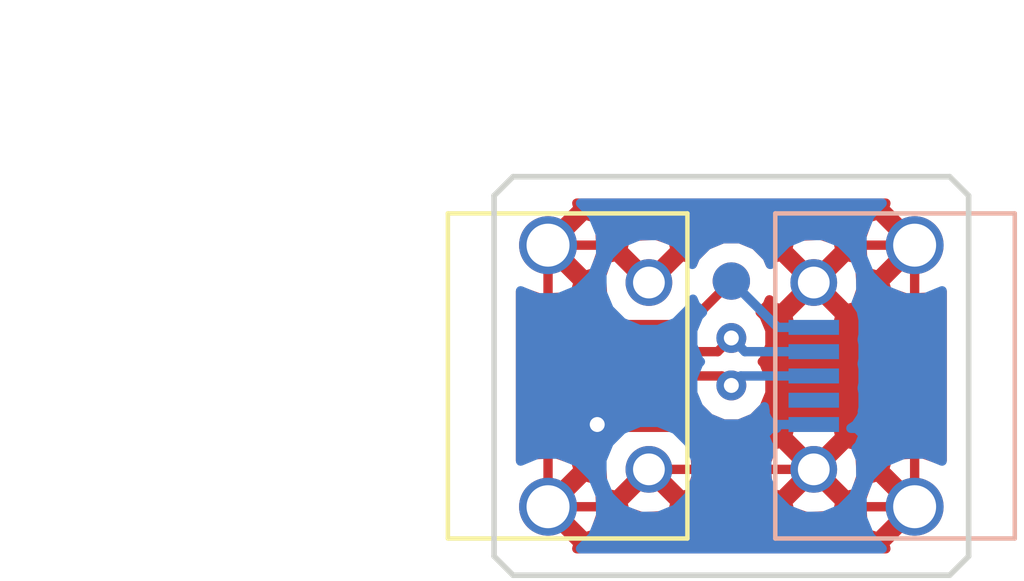
<source format=kicad_pcb>
(kicad_pcb (version 20171130) (host pcbnew 5.0.1)

  (general
    (thickness 1.6)
    (drawings 17)
    (tracks 41)
    (zones 0)
    (modules 4)
    (nets 9)
  )

  (page A4)
  (layers
    (0 F.Cu signal)
    (31 B.Cu signal)
    (32 B.Adhes user)
    (33 F.Adhes user)
    (34 B.Paste user)
    (35 F.Paste user)
    (36 B.SilkS user)
    (37 F.SilkS user)
    (38 B.Mask user)
    (39 F.Mask user)
    (40 Dwgs.User user)
    (41 Cmts.User user)
    (42 Eco1.User user)
    (43 Eco2.User user)
    (44 Edge.Cuts user)
    (45 Margin user)
    (46 B.CrtYd user)
    (47 F.CrtYd user)
    (48 B.Fab user hide)
    (49 F.Fab user)
  )

  (setup
    (last_trace_width 0.25)
    (trace_clearance 0.2)
    (zone_clearance 0.508)
    (zone_45_only no)
    (trace_min 0.2)
    (segment_width 0.2)
    (edge_width 0.15)
    (via_size 0.8)
    (via_drill 0.4)
    (via_min_size 0.4)
    (via_min_drill 0.3)
    (uvia_size 0.3)
    (uvia_drill 0.1)
    (uvias_allowed no)
    (uvia_min_size 0.2)
    (uvia_min_drill 0.1)
    (pcb_text_width 0.3)
    (pcb_text_size 1.5 1.5)
    (mod_edge_width 0.15)
    (mod_text_size 1 1)
    (mod_text_width 0.15)
    (pad_size 1.524 1.524)
    (pad_drill 0.762)
    (pad_to_mask_clearance 0.051)
    (solder_mask_min_width 0.25)
    (aux_axis_origin 0 0)
    (visible_elements FEFFB63F)
    (pcbplotparams
      (layerselection 0x010fc_ffffffff)
      (usegerberextensions false)
      (usegerberattributes false)
      (usegerberadvancedattributes false)
      (creategerberjobfile false)
      (excludeedgelayer true)
      (linewidth 0.100000)
      (plotframeref false)
      (viasonmask false)
      (mode 1)
      (useauxorigin false)
      (hpglpennumber 1)
      (hpglpenspeed 20)
      (hpglpendiameter 15.000000)
      (psnegative false)
      (psa4output false)
      (plotreference true)
      (plotvalue true)
      (plotinvisibletext false)
      (padsonsilk false)
      (subtractmaskfromsilk false)
      (outputformat 1)
      (mirror false)
      (drillshape 1)
      (scaleselection 1)
      (outputdirectory ""))
  )

  (net 0 "")
  (net 1 /SHLD)
  (net 2 GND)
  (net 3 "Net-(J1-Pad4)")
  (net 4 /DP)
  (net 5 /DN)
  (net 6 "Net-(J2-Pad4)")
  (net 7 /5VA)
  (net 8 /5VB)

  (net_class Default "This is the default net class."
    (clearance 0.2)
    (trace_width 0.25)
    (via_dia 0.8)
    (via_drill 0.4)
    (uvia_dia 0.3)
    (uvia_drill 0.1)
    (add_net /5VA)
    (add_net /5VB)
    (add_net /DN)
    (add_net /DP)
    (add_net /SHLD)
    (add_net GND)
    (add_net "Net-(J1-Pad4)")
    (add_net "Net-(J2-Pad4)")
  )

  (module Wire_Pads:SolderWirePad_single_1mmDrill (layer F.Cu) (tedit 5BE49408) (tstamp 5BE4B255)
    (at 150.114 101.346)
    (path /5BE493C0)
    (fp_text reference TP2 (at 0 -3.81) (layer F.SilkS) hide
      (effects (font (size 1 1) (thickness 0.15)))
    )
    (fp_text value 5VTB (at -1.905 3.175) (layer F.Fab) hide
      (effects (font (size 1 1) (thickness 0.15)))
    )
    (pad 1 smd circle (at 0 0) (size 1 1) (layers F.Cu F.Paste F.Mask)
      (net 8 /5VB))
  )

  (module Wire_Pads:SolderWirePad_single_1mmDrill (layer B.Cu) (tedit 5BE493A9) (tstamp 5BE4B480)
    (at 150.114 101.346)
    (path /5BE49362)
    (fp_text reference TP1 (at 0 3.81) (layer B.SilkS) hide
      (effects (font (size 1 1) (thickness 0.15)) (justify mirror))
    )
    (fp_text value 5VTA (at -1.905 -3.175) (layer B.Fab) hide
      (effects (font (size 1 1) (thickness 0.15)) (justify mirror))
    )
    (pad 1 smd circle (at 0 0) (size 1 1) (layers B.Cu B.Paste B.Mask)
      (net 7 /5VA))
  )

  (module handy:USB_Micro-B (layer F.Cu) (tedit 58F7730C) (tstamp 5BE48BA8)
    (at 146.558 103.886 270)
    (descr "Micro USB Type B Receptacle")
    (tags "USB USB_B USB_micro USB_OTG")
    (path /5BE388DB)
    (attr smd)
    (fp_text reference J2 (at 0 -3.24 270) (layer F.SilkS) hide
      (effects (font (size 1 1) (thickness 0.15)))
    )
    (fp_text value USB_B_Micro (at 0 5.01 270) (layer F.Fab)
      (effects (font (size 1 1) (thickness 0.15)))
    )
    (fp_line (start -4.6 -2.59) (end 4.6 -2.59) (layer F.CrtYd) (width 0.05))
    (fp_line (start 4.6 -2.59) (end 4.6 4.26) (layer F.CrtYd) (width 0.05))
    (fp_line (start 4.6 4.26) (end -4.6 4.26) (layer F.CrtYd) (width 0.05))
    (fp_line (start -4.6 4.26) (end -4.6 -2.59) (layer F.CrtYd) (width 0.05))
    (fp_line (start -4.35 4.03) (end 4.35 4.03) (layer F.SilkS) (width 0.12))
    (fp_line (start -4.35 -2.38) (end 4.35 -2.38) (layer F.SilkS) (width 0.12))
    (fp_line (start 4.35 -2.38) (end 4.35 4.03) (layer F.SilkS) (width 0.12))
    (fp_line (start 4.35 2.8) (end -4.35 2.8) (layer F.SilkS) (width 0.12))
    (fp_line (start -4.35 4.03) (end -4.35 -2.38) (layer F.SilkS) (width 0.12))
    (pad 1 smd rect (at -1.3 -1.35) (size 1.35 0.4) (layers F.Cu F.Paste F.Mask)
      (net 8 /5VB))
    (pad 2 smd rect (at -0.65 -1.35) (size 1.35 0.4) (layers F.Cu F.Paste F.Mask)
      (net 5 /DN))
    (pad 3 smd rect (at 0 -1.35) (size 1.35 0.4) (layers F.Cu F.Paste F.Mask)
      (net 4 /DP))
    (pad 4 smd rect (at 0.65 -1.35) (size 1.35 0.4) (layers F.Cu F.Paste F.Mask)
      (net 6 "Net-(J2-Pad4)"))
    (pad 5 smd rect (at 1.3 -1.35) (size 1.35 0.4) (layers F.Cu F.Paste F.Mask)
      (net 2 GND))
    (pad 6 thru_hole circle (at -2.5 -1.35) (size 1.25 1.25) (drill 0.85) (layers *.Cu *.Mask)
      (net 1 /SHLD))
    (pad 6 thru_hole circle (at 2.5 -1.35) (size 1.25 1.25) (drill 0.85) (layers *.Cu *.Mask)
      (net 1 /SHLD))
    (pad 6 thru_hole circle (at -3.5 1.35) (size 1.55 1.55) (drill 1.15) (layers *.Cu *.Mask)
      (net 1 /SHLD))
    (pad 6 thru_hole circle (at 3.5 1.35) (size 1.55 1.55) (drill 1.15) (layers *.Cu *.Mask)
      (net 1 /SHLD))
  )

  (module handy:USB_Micro-B (layer B.Cu) (tedit 58F7730C) (tstamp 5BE48B92)
    (at 153.67 103.886 270)
    (descr "Micro USB Type B Receptacle")
    (tags "USB USB_B USB_micro USB_OTG")
    (path /5BE38891)
    (attr smd)
    (fp_text reference J1 (at 0 3.24 270) (layer B.SilkS) hide
      (effects (font (size 1 1) (thickness 0.15)) (justify mirror))
    )
    (fp_text value USB_B_Micro (at 0 -5.01 270) (layer B.Fab)
      (effects (font (size 1 1) (thickness 0.15)) (justify mirror))
    )
    (fp_line (start -4.35 -4.03) (end -4.35 2.38) (layer B.SilkS) (width 0.12))
    (fp_line (start 4.35 -2.8) (end -4.35 -2.8) (layer B.SilkS) (width 0.12))
    (fp_line (start 4.35 2.38) (end 4.35 -4.03) (layer B.SilkS) (width 0.12))
    (fp_line (start -4.35 2.38) (end 4.35 2.38) (layer B.SilkS) (width 0.12))
    (fp_line (start -4.35 -4.03) (end 4.35 -4.03) (layer B.SilkS) (width 0.12))
    (fp_line (start -4.6 -4.26) (end -4.6 2.59) (layer B.CrtYd) (width 0.05))
    (fp_line (start 4.6 -4.26) (end -4.6 -4.26) (layer B.CrtYd) (width 0.05))
    (fp_line (start 4.6 2.59) (end 4.6 -4.26) (layer B.CrtYd) (width 0.05))
    (fp_line (start -4.6 2.59) (end 4.6 2.59) (layer B.CrtYd) (width 0.05))
    (pad 6 thru_hole circle (at 3.5 -1.35 180) (size 1.55 1.55) (drill 1.15) (layers *.Cu *.Mask)
      (net 1 /SHLD))
    (pad 6 thru_hole circle (at -3.5 -1.35 180) (size 1.55 1.55) (drill 1.15) (layers *.Cu *.Mask)
      (net 1 /SHLD))
    (pad 6 thru_hole circle (at 2.5 1.35 180) (size 1.25 1.25) (drill 0.85) (layers *.Cu *.Mask)
      (net 1 /SHLD))
    (pad 6 thru_hole circle (at -2.5 1.35 180) (size 1.25 1.25) (drill 0.85) (layers *.Cu *.Mask)
      (net 1 /SHLD))
    (pad 5 smd rect (at 1.3 1.35 180) (size 1.35 0.4) (layers B.Cu B.Paste B.Mask)
      (net 2 GND))
    (pad 4 smd rect (at 0.65 1.35 180) (size 1.35 0.4) (layers B.Cu B.Paste B.Mask)
      (net 3 "Net-(J1-Pad4)"))
    (pad 3 smd rect (at 0 1.35 180) (size 1.35 0.4) (layers B.Cu B.Paste B.Mask)
      (net 4 /DP))
    (pad 2 smd rect (at -0.65 1.35 180) (size 1.35 0.4) (layers B.Cu B.Paste B.Mask)
      (net 5 /DN))
    (pad 1 smd rect (at -1.3 1.35 180) (size 1.35 0.4) (layers B.Cu B.Paste B.Mask)
      (net 7 /5VA))
  )

  (gr_text 5 (at 150.114 99.7585 270) (layer F.Mask) (tstamp 5BE4B879)
    (effects (font (size 0.8 0.8) (thickness 0.2)))
  )
  (gr_text 5 (at 150.114 99.7585 270) (layer B.Mask)
    (effects (font (size 0.8 0.8) (thickness 0.2)) (justify mirror))
  )
  (gr_text GCNP (at 154.94 103.886 270) (layer B.Mask)
    (effects (font (size 1 1) (thickness 0.2)) (justify mirror))
  )
  (gr_poly (pts (xy 144.526 103.886) (xy 144.526 104.902) (xy 146.05 104.902) (xy 146.05 102.87) (xy 144.526 102.87)) (layer B.Mask) (width 0.15))
  (gr_text GN (at 147.828 103.886 270) (layer B.Mask)
    (effects (font (size 1 1) (thickness 0.2)) (justify mirror))
  )
  (gr_poly (pts (xy 153.924 104.902) (xy 155.702 104.902) (xy 155.702 102.87) (xy 153.924 102.87)) (layer F.Mask) (width 0.15))
  (gr_text SH (at 152.654 103.886 270) (layer F.Mask)
    (effects (font (size 1 1) (thickness 0.2)))
  )
  (dimension 10.668 (width 0.3) (layer Cmts.User)
    (gr_text "10.668 mm" (at 136.076 103.886 270) (layer Cmts.User)
      (effects (font (size 1.5 1.5) (thickness 0.3)))
    )
    (feature1 (pts (xy 140.716 109.22) (xy 137.589579 109.22)))
    (feature2 (pts (xy 140.716 98.552) (xy 137.589579 98.552)))
    (crossbar (pts (xy 138.176 98.552) (xy 138.176 109.22)))
    (arrow1a (pts (xy 138.176 109.22) (xy 137.589579 108.093496)))
    (arrow1b (pts (xy 138.176 109.22) (xy 138.762421 108.093496)))
    (arrow2a (pts (xy 138.176 98.552) (xy 137.589579 99.678504)))
    (arrow2b (pts (xy 138.176 98.552) (xy 138.762421 99.678504)))
  )
  (dimension 12.7 (width 0.3) (layer Cmts.User)
    (gr_text "12.700 mm" (at 150.114 94.928) (layer Cmts.User)
      (effects (font (size 1.5 1.5) (thickness 0.3)))
    )
    (feature1 (pts (xy 156.464 98.044) (xy 156.464 96.441579)))
    (feature2 (pts (xy 143.764 98.044) (xy 143.764 96.441579)))
    (crossbar (pts (xy 143.764 97.028) (xy 156.464 97.028)))
    (arrow1a (pts (xy 156.464 97.028) (xy 155.337496 97.614421)))
    (arrow1b (pts (xy 156.464 97.028) (xy 155.337496 96.441579)))
    (arrow2a (pts (xy 143.764 97.028) (xy 144.890504 97.614421)))
    (arrow2b (pts (xy 143.764 97.028) (xy 144.890504 96.441579)))
  )
  (gr_line (start 144.272 98.552) (end 143.764 99.06) (angle 90) (layer Edge.Cuts) (width 0.15))
  (gr_line (start 155.956 98.552) (end 144.272 98.552) (angle 90) (layer Edge.Cuts) (width 0.15))
  (gr_line (start 156.464 99.06) (end 155.956 98.552) (angle 90) (layer Edge.Cuts) (width 0.15))
  (gr_line (start 156.464 108.712) (end 156.464 99.06) (angle 90) (layer Edge.Cuts) (width 0.15))
  (gr_line (start 155.956 109.22) (end 156.464 108.712) (angle 90) (layer Edge.Cuts) (width 0.15))
  (gr_line (start 144.272 109.22) (end 155.956 109.22) (angle 90) (layer Edge.Cuts) (width 0.15))
  (gr_line (start 143.764 108.712) (end 144.272 109.22) (angle 90) (layer Edge.Cuts) (width 0.15))
  (gr_line (start 143.764 108.712) (end 143.764 99.06) (angle 90) (layer Edge.Cuts) (width 0.15))

  (segment (start 146.908 107.386) (end 147.908 106.386) (width 0.25) (layer F.Cu) (net 1))
  (segment (start 145.208 107.386) (end 146.908 107.386) (width 0.25) (layer F.Cu) (net 1))
  (segment (start 146.908 100.386) (end 147.908 101.386) (width 0.25) (layer F.Cu) (net 1))
  (segment (start 145.208 100.386) (end 146.908 100.386) (width 0.25) (layer F.Cu) (net 1))
  (segment (start 153.32 107.386) (end 152.32 106.386) (width 0.25) (layer F.Cu) (net 1))
  (segment (start 155.02 107.386) (end 153.32 107.386) (width 0.25) (layer F.Cu) (net 1))
  (segment (start 153.32 100.386) (end 152.32 101.386) (width 0.25) (layer F.Cu) (net 1))
  (segment (start 155.02 100.386) (end 153.32 100.386) (width 0.25) (layer F.Cu) (net 1))
  (segment (start 152.32 106.386) (end 147.908 106.386) (width 0.25) (layer F.Cu) (net 1))
  (segment (start 145.208 100.386) (end 145.208 107.386) (width 0.25) (layer F.Cu) (net 1))
  (segment (start 155.02 100.386) (end 155.02 107.386) (width 0.25) (layer F.Cu) (net 1))
  (segment (start 147.908 101.386) (end 147.915 101.386) (width 0.25) (layer F.Cu) (net 1))
  (segment (start 147.915 101.386) (end 149.225 100.076) (width 0.25) (layer F.Cu) (net 1))
  (segment (start 151.01 100.076) (end 152.32 101.386) (width 0.25) (layer F.Cu) (net 1))
  (segment (start 149.225 100.076) (end 151.01 100.076) (width 0.25) (layer F.Cu) (net 1))
  (segment (start 147.908 105.186) (end 146.5245 105.186) (width 0.25) (layer F.Cu) (net 2))
  (segment (start 154.0129 102.3874) (end 154.051 102.4255) (width 0.25) (layer B.Cu) (net 2))
  (segment (start 146.177 102.6795) (end 146.4691 102.3874) (width 0.25) (layer B.Cu) (net 2))
  (segment (start 154.051 104.902) (end 154.051 102.4255) (width 0.25) (layer B.Cu) (net 2))
  (segment (start 153.767 105.186) (end 154.051 104.902) (width 0.25) (layer B.Cu) (net 2))
  (via (at 146.5245 105.186) (size 0.8) (drill 0.4) (layers F.Cu B.Cu) (net 2))
  (segment (start 152.32 105.186) (end 150.846 105.186) (width 0.25) (layer B.Cu) (net 2))
  (segment (start 150.846 105.186) (end 150.368 105.664) (width 0.25) (layer B.Cu) (net 2))
  (segment (start 150.368 105.664) (end 149.606 105.664) (width 0.25) (layer B.Cu) (net 2))
  (segment (start 149.606 105.664) (end 148.59 104.648) (width 0.25) (layer B.Cu) (net 2))
  (segment (start 147.0625 104.648) (end 146.5245 105.186) (width 0.25) (layer B.Cu) (net 2))
  (segment (start 148.59 104.648) (end 147.0625 104.648) (width 0.25) (layer B.Cu) (net 2))
  (via (at 150.114 104.14) (size 0.8) (drill 0.4) (layers F.Cu B.Cu) (net 4))
  (segment (start 147.908 103.886) (end 149.86 103.886) (width 0.25) (layer F.Cu) (net 4))
  (segment (start 149.86 103.886) (end 150.114 104.14) (width 0.25) (layer F.Cu) (net 4))
  (segment (start 150.368 103.886) (end 152.32 103.886) (width 0.25) (layer B.Cu) (net 4))
  (segment (start 150.114 104.14) (end 150.368 103.886) (width 0.25) (layer B.Cu) (net 4))
  (via (at 150.114 102.87) (size 0.8) (drill 0.4) (layers F.Cu B.Cu) (net 5))
  (segment (start 147.908 103.236) (end 149.748 103.236) (width 0.25) (layer F.Cu) (net 5))
  (segment (start 149.748 103.236) (end 150.114 102.87) (width 0.25) (layer F.Cu) (net 5))
  (segment (start 150.48 103.236) (end 152.32 103.236) (width 0.25) (layer B.Cu) (net 5))
  (segment (start 150.114 102.87) (end 150.48 103.236) (width 0.25) (layer B.Cu) (net 5))
  (segment (start 151.354 102.586) (end 150.114 101.346) (width 0.25) (layer B.Cu) (net 7))
  (segment (start 152.32 102.586) (end 151.354 102.586) (width 0.25) (layer B.Cu) (net 7))
  (segment (start 148.874 102.586) (end 150.114 101.346) (width 0.25) (layer F.Cu) (net 8))
  (segment (start 147.908 102.586) (end 148.874 102.586) (width 0.25) (layer F.Cu) (net 8))

  (zone (net 2) (net_name GND) (layer B.Cu) (tstamp 0) (hatch edge 0.508)
    (connect_pads (clearance 0.508))
    (min_thickness 0.254)
    (fill yes (arc_segments 16) (thermal_gap 0.508) (thermal_bridge_width 0.508))
    (polygon
      (pts
        (xy 144.272 109.22) (xy 155.956 109.22) (xy 156.464 108.712) (xy 156.464 99.06) (xy 155.956 98.552)
        (xy 144.272 98.552) (xy 143.764 99.06) (xy 143.764 108.712)
      )
    )
    (filled_polygon
      (pts
        (xy 153.824659 99.587299) (xy 153.61 100.105533) (xy 153.61 100.666467) (xy 153.824659 101.184701) (xy 154.221299 101.581341)
        (xy 154.739533 101.796) (xy 155.300467 101.796) (xy 155.754001 101.608141) (xy 155.754 106.163859) (xy 155.300467 105.976)
        (xy 154.739533 105.976) (xy 154.221299 106.190659) (xy 153.824659 106.587299) (xy 153.61 107.105533) (xy 153.61 107.666467)
        (xy 153.824659 108.184701) (xy 154.149958 108.51) (xy 146.078042 108.51) (xy 146.403341 108.184701) (xy 146.618 107.666467)
        (xy 146.618 107.105533) (xy 146.403341 106.587299) (xy 146.006701 106.190659) (xy 145.873222 106.13537) (xy 146.648 106.13537)
        (xy 146.648 106.63663) (xy 146.839823 107.099733) (xy 147.194267 107.454177) (xy 147.65737 107.646) (xy 148.15863 107.646)
        (xy 148.621733 107.454177) (xy 148.976177 107.099733) (xy 149.168 106.63663) (xy 149.168 106.13537) (xy 148.976177 105.672267)
        (xy 148.621733 105.317823) (xy 148.15863 105.126) (xy 147.65737 105.126) (xy 147.194267 105.317823) (xy 146.839823 105.672267)
        (xy 146.648 106.13537) (xy 145.873222 106.13537) (xy 145.488467 105.976) (xy 144.927533 105.976) (xy 144.474 106.163859)
        (xy 144.474 101.608141) (xy 144.927533 101.796) (xy 145.488467 101.796) (xy 146.006701 101.581341) (xy 146.403341 101.184701)
        (xy 146.423774 101.13537) (xy 146.648 101.13537) (xy 146.648 101.63663) (xy 146.839823 102.099733) (xy 147.194267 102.454177)
        (xy 147.65737 102.646) (xy 148.15863 102.646) (xy 148.621733 102.454177) (xy 148.976177 102.099733) (xy 149.086934 101.832342)
        (xy 149.151793 101.988926) (xy 149.341578 102.178711) (xy 149.236569 102.28372) (xy 149.079 102.664126) (xy 149.079 103.075874)
        (xy 149.236569 103.45628) (xy 149.285289 103.505) (xy 149.236569 103.55372) (xy 149.079 103.934126) (xy 149.079 104.345874)
        (xy 149.236569 104.72628) (xy 149.52772 105.017431) (xy 149.908126 105.175) (xy 150.319874 105.175) (xy 150.70028 105.017431)
        (xy 150.991431 104.72628) (xy 150.99756 104.711483) (xy 150.99756 104.736) (xy 151.018217 104.839852) (xy 151.01 104.85969)
        (xy 151.01 104.92725) (xy 151.041958 104.959208) (xy 151.046843 104.983765) (xy 151.187191 105.193809) (xy 151.325164 105.286)
        (xy 151.16875 105.286) (xy 151.01 105.44475) (xy 151.01 105.51231) (xy 151.106673 105.745699) (xy 151.187802 105.826828)
        (xy 151.06 106.13537) (xy 151.06 106.63663) (xy 151.251823 107.099733) (xy 151.606267 107.454177) (xy 152.06937 107.646)
        (xy 152.57063 107.646) (xy 153.033733 107.454177) (xy 153.388177 107.099733) (xy 153.58 106.63663) (xy 153.58 106.13537)
        (xy 153.452198 105.826828) (xy 153.533327 105.745699) (xy 153.63 105.51231) (xy 153.63 105.44475) (xy 153.47125 105.286)
        (xy 153.314836 105.286) (xy 153.452809 105.193809) (xy 153.593157 104.983765) (xy 153.598042 104.959208) (xy 153.63 104.92725)
        (xy 153.63 104.85969) (xy 153.621783 104.839852) (xy 153.64244 104.736) (xy 153.64244 104.336) (xy 153.617576 104.211)
        (xy 153.64244 104.086) (xy 153.64244 103.686) (xy 153.617576 103.561) (xy 153.64244 103.436) (xy 153.64244 103.036)
        (xy 153.617576 102.911) (xy 153.64244 102.786) (xy 153.64244 102.386) (xy 153.593157 102.138235) (xy 153.456774 101.934125)
        (xy 153.58 101.63663) (xy 153.58 101.13537) (xy 153.388177 100.672267) (xy 153.033733 100.317823) (xy 152.57063 100.126)
        (xy 152.06937 100.126) (xy 151.606267 100.317823) (xy 151.251823 100.672267) (xy 151.157635 100.899658) (xy 151.076207 100.703074)
        (xy 150.756926 100.383793) (xy 150.339766 100.211) (xy 149.888234 100.211) (xy 149.471074 100.383793) (xy 149.151793 100.703074)
        (xy 149.070365 100.899658) (xy 148.976177 100.672267) (xy 148.621733 100.317823) (xy 148.15863 100.126) (xy 147.65737 100.126)
        (xy 147.194267 100.317823) (xy 146.839823 100.672267) (xy 146.648 101.13537) (xy 146.423774 101.13537) (xy 146.618 100.666467)
        (xy 146.618 100.105533) (xy 146.403341 99.587299) (xy 146.078042 99.262) (xy 154.149958 99.262)
      )
    )
  )
  (zone (net 1) (net_name /SHLD) (layer F.Cu) (tstamp 0) (hatch edge 0.508)
    (connect_pads (clearance 0.508))
    (min_thickness 0.254)
    (fill yes (arc_segments 16) (thermal_gap 0.508) (thermal_bridge_width 0.508))
    (polygon
      (pts
        (xy 144.272 109.22) (xy 155.956 109.22) (xy 156.464 108.712) (xy 156.464 99.06) (xy 155.956 98.552)
        (xy 144.272 98.552) (xy 143.764 99.06) (xy 143.764 108.712)
      )
    )
    (filled_polygon
      (pts
        (xy 154.209972 99.396367) (xy 155.02 100.206395) (xy 155.034143 100.192253) (xy 155.213748 100.371858) (xy 155.199605 100.386)
        (xy 155.213748 100.400143) (xy 155.034143 100.579748) (xy 155.02 100.565605) (xy 154.209972 101.375633) (xy 154.281035 101.619163)
        (xy 154.809197 101.808084) (xy 155.369451 101.780506) (xy 155.754001 101.621219) (xy 155.754 106.151061) (xy 155.230803 105.963916)
        (xy 154.670549 105.991494) (xy 154.281035 106.152837) (xy 154.209972 106.396367) (xy 155.02 107.206395) (xy 155.034143 107.192253)
        (xy 155.213748 107.371858) (xy 155.199605 107.386) (xy 155.213748 107.400143) (xy 155.034143 107.579748) (xy 155.02 107.565605)
        (xy 154.209972 108.375633) (xy 154.249181 108.51) (xy 145.978819 108.51) (xy 146.018028 108.375633) (xy 145.208 107.565605)
        (xy 145.193858 107.579748) (xy 145.014253 107.400143) (xy 145.028395 107.386) (xy 145.387605 107.386) (xy 146.197633 108.196028)
        (xy 146.441163 108.124965) (xy 146.630084 107.596803) (xy 146.613844 107.266878) (xy 147.206727 107.266878) (xy 147.259325 107.49489)
        (xy 147.733056 107.658717) (xy 148.23342 107.628785) (xy 148.556675 107.49489) (xy 148.609273 107.266878) (xy 151.618727 107.266878)
        (xy 151.671325 107.49489) (xy 152.145056 107.658717) (xy 152.64542 107.628785) (xy 152.968675 107.49489) (xy 153.021273 107.266878)
        (xy 152.929592 107.175197) (xy 153.597916 107.175197) (xy 153.625494 107.735451) (xy 153.786837 108.124965) (xy 154.030367 108.196028)
        (xy 154.840395 107.386) (xy 154.030367 106.575972) (xy 153.786837 106.647035) (xy 153.597916 107.175197) (xy 152.929592 107.175197)
        (xy 152.32 106.565605) (xy 151.618727 107.266878) (xy 148.609273 107.266878) (xy 147.908 106.565605) (xy 147.206727 107.266878)
        (xy 146.613844 107.266878) (xy 146.602506 107.036549) (xy 146.441163 106.647035) (xy 146.197633 106.575972) (xy 145.387605 107.386)
        (xy 145.028395 107.386) (xy 145.014253 107.371858) (xy 145.193858 107.192253) (xy 145.208 107.206395) (xy 146.018028 106.396367)
        (xy 145.946965 106.152837) (xy 145.418803 105.963916) (xy 144.858549 105.991494) (xy 144.474 106.15078) (xy 144.474 104.980126)
        (xy 145.4895 104.980126) (xy 145.4895 105.391874) (xy 145.647069 105.77228) (xy 145.93822 106.063431) (xy 146.318626 106.221)
        (xy 146.635878 106.221) (xy 146.665215 106.71142) (xy 146.79911 107.034675) (xy 147.027122 107.087273) (xy 147.728395 106.386)
        (xy 147.714253 106.371858) (xy 147.893858 106.192253) (xy 147.908 106.206395) (xy 147.922143 106.192253) (xy 148.101748 106.371858)
        (xy 148.087605 106.386) (xy 148.788878 107.087273) (xy 149.01689 107.034675) (xy 149.180717 106.560944) (xy 149.159787 106.211056)
        (xy 151.047283 106.211056) (xy 151.077215 106.71142) (xy 151.21111 107.034675) (xy 151.439122 107.087273) (xy 152.140395 106.386)
        (xy 152.499605 106.386) (xy 153.200878 107.087273) (xy 153.42889 107.034675) (xy 153.592717 106.560944) (xy 153.562785 106.06058)
        (xy 153.42889 105.737325) (xy 153.200878 105.684727) (xy 152.499605 106.386) (xy 152.140395 106.386) (xy 151.439122 105.684727)
        (xy 151.21111 105.737325) (xy 151.047283 106.211056) (xy 149.159787 106.211056) (xy 149.150785 106.06058) (xy 149.053271 105.825158)
        (xy 149.181157 105.633765) (xy 149.206745 105.505122) (xy 151.618727 105.505122) (xy 152.32 106.206395) (xy 153.021273 105.505122)
        (xy 152.968675 105.27711) (xy 152.494944 105.113283) (xy 151.99458 105.143215) (xy 151.671325 105.27711) (xy 151.618727 105.505122)
        (xy 149.206745 105.505122) (xy 149.23044 105.386) (xy 149.23044 104.986) (xy 149.205576 104.861) (xy 149.23044 104.736)
        (xy 149.23044 104.711483) (xy 149.236569 104.72628) (xy 149.52772 105.017431) (xy 149.908126 105.175) (xy 150.319874 105.175)
        (xy 150.70028 105.017431) (xy 150.991431 104.72628) (xy 151.149 104.345874) (xy 151.149 103.934126) (xy 150.991431 103.55372)
        (xy 150.942711 103.505) (xy 150.991431 103.45628) (xy 151.149 103.075874) (xy 151.149 102.664126) (xy 150.991431 102.28372)
        (xy 150.974589 102.266878) (xy 151.618727 102.266878) (xy 151.671325 102.49489) (xy 152.145056 102.658717) (xy 152.64542 102.628785)
        (xy 152.968675 102.49489) (xy 153.021273 102.266878) (xy 152.32 101.565605) (xy 151.618727 102.266878) (xy 150.974589 102.266878)
        (xy 150.886422 102.178711) (xy 151.076207 101.988926) (xy 151.134184 101.848957) (xy 151.21111 102.034675) (xy 151.439122 102.087273)
        (xy 152.140395 101.386) (xy 152.499605 101.386) (xy 153.200878 102.087273) (xy 153.42889 102.034675) (xy 153.592717 101.560944)
        (xy 153.562785 101.06058) (xy 153.42889 100.737325) (xy 153.200878 100.684727) (xy 152.499605 101.386) (xy 152.140395 101.386)
        (xy 151.439122 100.684727) (xy 151.21111 100.737325) (xy 151.156183 100.896154) (xy 151.076207 100.703074) (xy 150.878255 100.505122)
        (xy 151.618727 100.505122) (xy 152.32 101.206395) (xy 153.021273 100.505122) (xy 152.968675 100.27711) (xy 152.673978 100.175197)
        (xy 153.597916 100.175197) (xy 153.625494 100.735451) (xy 153.786837 101.124965) (xy 154.030367 101.196028) (xy 154.840395 100.386)
        (xy 154.030367 99.575972) (xy 153.786837 99.647035) (xy 153.597916 100.175197) (xy 152.673978 100.175197) (xy 152.494944 100.113283)
        (xy 151.99458 100.143215) (xy 151.671325 100.27711) (xy 151.618727 100.505122) (xy 150.878255 100.505122) (xy 150.756926 100.383793)
        (xy 150.339766 100.211) (xy 149.888234 100.211) (xy 149.471074 100.383793) (xy 149.151793 100.703074) (xy 149.077248 100.883043)
        (xy 149.01689 100.737325) (xy 148.788878 100.684727) (xy 148.087605 101.386) (xy 148.101748 101.400143) (xy 147.922143 101.579748)
        (xy 147.908 101.565605) (xy 147.893858 101.579748) (xy 147.714253 101.400143) (xy 147.728395 101.386) (xy 147.027122 100.684727)
        (xy 146.79911 100.737325) (xy 146.635283 101.211056) (xy 146.665215 101.71142) (xy 146.762729 101.946842) (xy 146.634843 102.138235)
        (xy 146.58556 102.386) (xy 146.58556 102.786) (xy 146.610424 102.911) (xy 146.58556 103.036) (xy 146.58556 103.436)
        (xy 146.610424 103.561) (xy 146.58556 103.686) (xy 146.58556 104.086) (xy 146.598489 104.151) (xy 146.318626 104.151)
        (xy 145.93822 104.308569) (xy 145.647069 104.59972) (xy 145.4895 104.980126) (xy 144.474 104.980126) (xy 144.474 101.620939)
        (xy 144.997197 101.808084) (xy 145.557451 101.780506) (xy 145.946965 101.619163) (xy 146.018028 101.375633) (xy 145.208 100.565605)
        (xy 145.193858 100.579748) (xy 145.014253 100.400143) (xy 145.028395 100.386) (xy 145.387605 100.386) (xy 146.197633 101.196028)
        (xy 146.441163 101.124965) (xy 146.630084 100.596803) (xy 146.625572 100.505122) (xy 147.206727 100.505122) (xy 147.908 101.206395)
        (xy 148.609273 100.505122) (xy 148.556675 100.27711) (xy 148.082944 100.113283) (xy 147.58258 100.143215) (xy 147.259325 100.27711)
        (xy 147.206727 100.505122) (xy 146.625572 100.505122) (xy 146.602506 100.036549) (xy 146.441163 99.647035) (xy 146.197633 99.575972)
        (xy 145.387605 100.386) (xy 145.028395 100.386) (xy 145.014253 100.371858) (xy 145.193858 100.192253) (xy 145.208 100.206395)
        (xy 146.018028 99.396367) (xy 145.978819 99.262) (xy 154.249181 99.262)
      )
    )
  )
)

</source>
